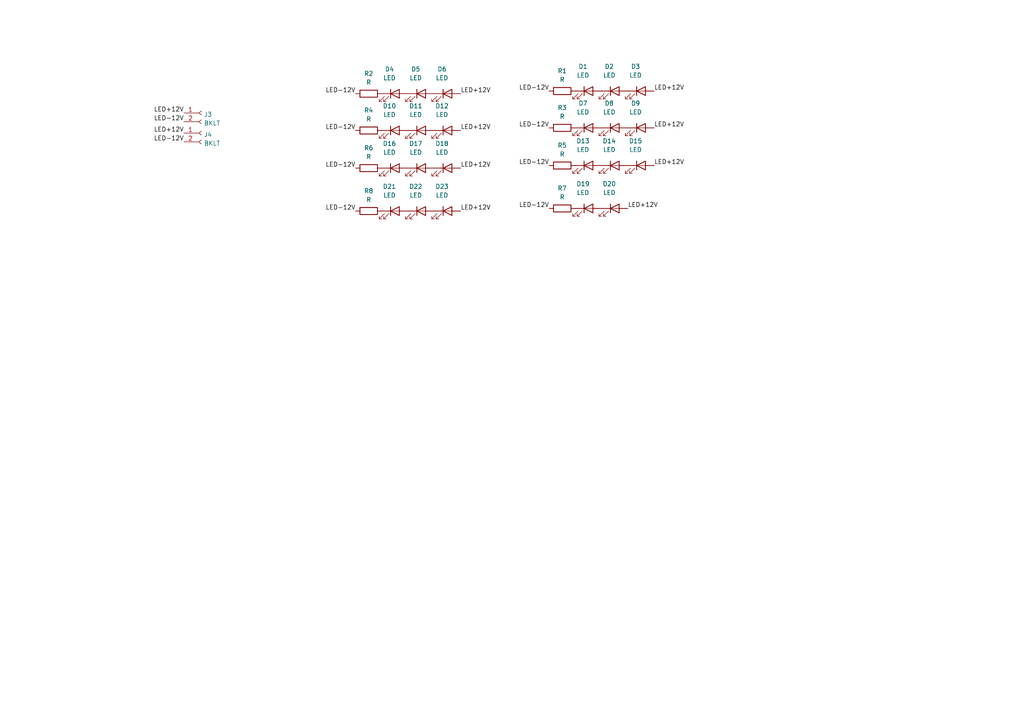
<source format=kicad_sch>
(kicad_sch (version 20211123) (generator eeschema)
  (paper "A4")
  (lib_symbols
    (symbol "Connector:Conn_01x02_Female" (pin_names (offset 1.016) hide)
      (property "Reference" "J" (at 0 2.54 0))
      (property "Value" "Conn_01x02_Female" (at 0 -5.08 0))
      (symbol "Conn_01x02_Female_1_1"
        (arc (start 0 -2.032) (mid -0.508 -2.54) (end 0 -3.048) (stroke (width 0.1524)))
        (polyline (pts (xy -1.27 -2.54) (xy -0.508 -2.54)) (stroke (width 0.1524)))
        (polyline (pts (xy -1.27 0) (xy -0.508 0)) (stroke (width 0.1524)))
        (arc (start 0 0.508) (mid -0.508 0) (end 0 -0.508) (stroke (width 0.1524)))
        (pin passive line (at -5.08 0 0) (length 3.81) (name "Pin_1") (number "1"))
        (pin passive line (at -5.08 -2.54 0) (length 3.81) (name "Pin_2") (number "2"))
      )
    )
    (symbol "Device:LED" (pin_numbers hide) (pin_names (offset 1.016) hide)
      (property "Reference" "D" (at 0 2.54 0))
      (property "Value" "LED" (at 0 -2.54 0))
      (symbol "LED_0_1"
        (polyline (pts (xy -1.27 -1.27) (xy -1.27 1.27)) (stroke (width 0.254)))
        (polyline (pts (xy -1.27 0) (xy 1.27 0)))
        (polyline (pts (xy 1.27 -1.27) (xy 1.27 1.27) (xy -1.27 0) (xy 1.27 -1.27)) (stroke (width 0.254)))
        (polyline (pts (xy -3.048 -0.762) (xy -4.572 -2.286) (xy -3.81 -2.286) (xy -4.572 -2.286) (xy -4.572 -1.524)))
        (polyline (pts (xy -1.778 -0.762) (xy -3.302 -2.286) (xy -2.54 -2.286) (xy -3.302 -2.286) (xy -3.302 -1.524)))
      )
      (symbol "LED_1_1"
        (pin passive line (at -3.81 0 0) (length 2.54) (name "K") (number "1"))
        (pin passive line (at 3.81 0 180) (length 2.54) (name "A") (number "2"))
      )
    )
    (symbol "Device:R" (pin_numbers hide) (pin_names (offset 0))
      (property "Reference" "R" (at 2.032 0 90))
      (property "Value" "R" (at 0 0 90))
      (symbol "R_0_1"
        (rectangle (start -1.016 -2.54) (end 1.016 2.54) (stroke (width 0.254)))
      )
      (symbol "R_1_1"
        (pin passive line (at 0 3.81 270) (length 1.27) (name "~") (number "1"))
        (pin passive line (at 0 -3.81 90) (length 1.27) (name "~") (number "2"))
      )
    )
  )
  (label "LED+12V" (at 189.738 26.416 0))
  (label "LED-12V" (at 103.124 27.178 180))
  (label "LED-12V" (at 159.258 26.416 180))
  (label "LED+12V" (at 53.34 38.608 180))
  (label "LED+12V" (at 189.738 48.006 0))
  (label "LED+12V" (at 133.604 37.846 0))
  (label "LED-12V" (at 103.124 61.214 180))
  (label "LED+12V" (at 53.34 32.766 180))
  (label "LED-12V" (at 53.34 35.306 180))
  (label "LED+12V" (at 189.738 37.084 0))
  (label "LED-12V" (at 159.258 48.006 180))
  (label "LED+12V" (at 133.604 48.768 0))
  (label "LED+12V" (at 133.604 61.214 0))
  (label "LED-12V" (at 53.34 41.148 180))
  (label "LED+12V" (at 182.118 60.452 0))
  (label "LED+12V" (at 133.604 27.178 0))
  (label "LED-12V" (at 103.124 37.846 180))
  (label "LED-12V" (at 103.124 48.768 180))
  (label "LED-12V" (at 159.258 37.084 180))
  (label "LED-12V" (at 159.258 60.452 180))
  (symbol (lib_id "Device:R") (at 163.068 60.452 90) (unit 1)
    (property "Reference" "R7" (at 163.068 54.61 90))
    (property "Value" "R" (at 163.068 57.15 90))
    (property "Footprint" "Resistor_THT:R_Axial_DIN0204_L3.6mm_D1.6mm_P2.54mm_Vertical" (effects hide))
  )
  (symbol (lib_id "Connector:Conn_01x02_Female") (at 58.42 32.766 0) (unit 1)
    (property "Reference" "J3" (at 59.1312 33.2013 0) (effects (justify left)))
    (property "Value" "BKLT" (at 59.1312 35.7382 0) (effects (justify left)))
    (property "Footprint" "Connector_Molex:Molex_KK-254_AE-6410-02A_1x02_P2.54mm_Vertical" (effects hide))
  )
  (symbol (lib_id "Device:R") (at 106.934 48.768 90) (unit 1)
    (property "Reference" "R6" (at 106.934 42.926 90))
    (property "Value" "R" (at 106.934 45.466 90))
    (property "Footprint" "Resistor_THT:R_Axial_DIN0204_L3.6mm_D1.6mm_P2.54mm_Vertical" (effects hide))
  )
  (symbol (lib_id "Device:LED") (at 114.554 61.214 0) (unit 1)
    (property "Reference" "D21" (at 112.9665 54.102 0))
    (property "Value" "LED" (at 112.9665 56.642 0))
    (property "Footprint" "LED_THT:LED_D3.0mm" (effects hide))
  )
  (symbol (lib_id "Device:LED") (at 114.554 37.846 0) (unit 1)
    (property "Reference" "D10" (at 112.9665 30.734 0))
    (property "Value" "LED" (at 112.9665 33.274 0))
    (property "Footprint" "LED_THT:LED_D3.0mm" (effects hide))
  )
  (symbol (lib_id "Device:LED") (at 129.794 48.768 0) (unit 1)
    (property "Reference" "D18" (at 128.2065 41.656 0))
    (property "Value" "LED" (at 128.2065 44.196 0))
    (property "Footprint" "LED_THT:LED_D3.0mm" (effects hide))
  )
  (symbol (lib_id "Device:LED") (at 170.688 37.084 0) (unit 1)
    (property "Reference" "D7" (at 169.1005 29.972 0))
    (property "Value" "LED" (at 169.1005 32.512 0))
    (property "Footprint" "LED_THT:LED_D3.0mm" (effects hide))
  )
  (symbol (lib_id "Device:LED") (at 185.928 26.416 0) (unit 1)
    (property "Reference" "D3" (at 184.3405 19.304 0))
    (property "Value" "LED" (at 184.3405 21.844 0))
    (property "Footprint" "LED_THT:LED_D3.0mm" (effects hide))
  )
  (symbol (lib_id "Device:LED") (at 170.688 26.416 0) (unit 1)
    (property "Reference" "D1" (at 169.1005 19.304 0))
    (property "Value" "LED" (at 169.1005 21.844 0))
    (property "Footprint" "LED_THT:LED_D3.0mm" (effects hide))
  )
  (symbol (lib_id "Device:LED") (at 185.928 48.006 0) (unit 1)
    (property "Reference" "D15" (at 184.3405 40.894 0))
    (property "Value" "LED" (at 184.3405 43.434 0))
    (property "Footprint" "LED_THT:LED_D3.0mm" (effects hide))
  )
  (symbol (lib_id "Device:LED") (at 129.794 37.846 0) (unit 1)
    (property "Reference" "D12" (at 128.2065 30.734 0))
    (property "Value" "LED" (at 128.2065 33.274 0))
    (property "Footprint" "LED_THT:LED_D3.0mm" (effects hide))
  )
  (symbol (lib_id "Device:LED") (at 185.928 37.084 0) (unit 1)
    (property "Reference" "D9" (at 184.3405 29.972 0))
    (property "Value" "LED" (at 184.3405 32.512 0))
    (property "Footprint" "LED_THT:LED_D3.0mm" (effects hide))
  )
  (symbol (lib_id "Device:LED") (at 170.688 48.006 0) (unit 1)
    (property "Reference" "D13" (at 169.1005 40.894 0))
    (property "Value" "LED" (at 169.1005 43.434 0))
    (property "Footprint" "LED_THT:LED_D3.0mm" (effects hide))
  )
  (symbol (lib_id "Device:LED") (at 178.308 37.084 0) (unit 1)
    (property "Reference" "D8" (at 176.7205 29.972 0))
    (property "Value" "LED" (at 176.7205 32.512 0))
    (property "Footprint" "LED_THT:LED_D3.0mm" (effects hide))
  )
  (symbol (lib_id "Device:LED") (at 122.174 61.214 0) (unit 1)
    (property "Reference" "D22" (at 120.5865 54.102 0))
    (property "Value" "LED" (at 120.5865 56.642 0))
    (property "Footprint" "LED_THT:LED_D3.0mm" (effects hide))
  )
  (symbol (lib_id "Device:R") (at 163.068 48.006 90) (unit 1)
    (property "Reference" "R5" (at 163.068 42.164 90))
    (property "Value" "R" (at 163.068 44.704 90))
    (property "Footprint" "Resistor_THT:R_Axial_DIN0204_L3.6mm_D1.6mm_P2.54mm_Vertical" (effects hide))
  )
  (symbol (lib_id "Device:LED") (at 129.794 61.214 0) (unit 1)
    (property "Reference" "D23" (at 128.2065 54.102 0))
    (property "Value" "LED" (at 128.2065 56.642 0))
    (property "Footprint" "LED_THT:LED_D3.0mm" (effects hide))
  )
  (symbol (lib_id "Device:LED") (at 122.174 37.846 0) (unit 1)
    (property "Reference" "D11" (at 120.5865 30.734 0))
    (property "Value" "LED" (at 120.5865 33.274 0))
    (property "Footprint" "LED_THT:LED_D3.0mm" (effects hide))
  )
  (symbol (lib_id "Device:LED") (at 178.308 48.006 0) (unit 1)
    (property "Reference" "D14" (at 176.7205 40.894 0))
    (property "Value" "LED" (at 176.7205 43.434 0))
    (property "Footprint" "LED_THT:LED_D3.0mm" (effects hide))
  )
  (symbol (lib_id "Device:R") (at 106.934 27.178 90) (unit 1)
    (property "Reference" "R2" (at 106.934 21.336 90))
    (property "Value" "R" (at 106.934 23.876 90))
    (property "Footprint" "Resistor_THT:R_Axial_DIN0204_L3.6mm_D1.6mm_P2.54mm_Vertical" (effects hide))
  )
  (symbol (lib_id "Device:LED") (at 114.554 48.768 0) (unit 1)
    (property "Reference" "D16" (at 112.9665 41.656 0))
    (property "Value" "LED" (at 112.9665 44.196 0))
    (property "Footprint" "LED_THT:LED_D3.0mm" (effects hide))
  )
  (symbol (lib_id "Device:LED") (at 129.794 27.178 0) (unit 1)
    (property "Reference" "D6" (at 128.2065 20.066 0))
    (property "Value" "LED" (at 128.2065 22.606 0))
    (property "Footprint" "LED_THT:LED_D3.0mm" (effects hide))
  )
  (symbol (lib_id "Device:R") (at 106.934 61.214 90) (unit 1)
    (property "Reference" "R8" (at 106.934 55.372 90))
    (property "Value" "R" (at 106.934 57.912 90))
    (property "Footprint" "Resistor_THT:R_Axial_DIN0204_L3.6mm_D1.6mm_P2.54mm_Vertical" (effects hide))
  )
  (symbol (lib_id "Device:LED") (at 178.308 26.416 0) (unit 1)
    (property "Reference" "D2" (at 176.7205 19.304 0))
    (property "Value" "LED" (at 176.7205 21.844 0))
    (property "Footprint" "LED_THT:LED_D3.0mm" (effects hide))
  )
  (symbol (lib_id "Device:LED") (at 122.174 48.768 0) (unit 1)
    (property "Reference" "D17" (at 120.5865 41.656 0))
    (property "Value" "LED" (at 120.5865 44.196 0))
    (property "Footprint" "LED_THT:LED_D3.0mm" (effects hide))
  )
  (symbol (lib_id "Connector:Conn_01x02_Female") (at 58.42 38.608 0) (unit 1)
    (property "Reference" "J4" (at 59.1312 39.0433 0) (effects (justify left)))
    (property "Value" "BKLT" (at 59.1312 41.5802 0) (effects (justify left)))
    (property "Footprint" "Connector_Molex:Molex_KK-254_AE-6410-02A_1x02_P2.54mm_Vertical" (effects hide))
  )
  (symbol (lib_id "Device:LED") (at 114.554 27.178 0) (unit 1)
    (property "Reference" "D4" (at 112.9665 20.066 0))
    (property "Value" "LED" (at 112.9665 22.606 0))
    (property "Footprint" "LED_THT:LED_D3.0mm" (effects hide))
  )
  (symbol (lib_id "Device:R") (at 163.068 37.084 90) (unit 1)
    (property "Reference" "R3" (at 163.068 31.242 90))
    (property "Value" "R" (at 163.068 33.782 90))
    (property "Footprint" "Resistor_THT:R_Axial_DIN0204_L3.6mm_D1.6mm_P2.54mm_Vertical" (effects hide))
  )
  (symbol (lib_id "Device:LED") (at 122.174 27.178 0) (unit 1)
    (property "Reference" "D5" (at 120.5865 20.066 0))
    (property "Value" "LED" (at 120.5865 22.606 0))
    (property "Footprint" "LED_THT:LED_D3.0mm" (effects hide))
  )
  (symbol (lib_id "Device:LED") (at 170.688 60.452 0) (unit 1)
    (property "Reference" "D19" (at 169.1005 53.34 0))
    (property "Value" "LED" (at 169.1005 55.88 0))
    (property "Footprint" "LED_THT:LED_D3.0mm" (effects hide))
  )
  (symbol (lib_id "Device:R") (at 106.934 37.846 90) (unit 1)
    (property "Reference" "R4" (at 106.934 32.004 90))
    (property "Value" "R" (at 106.934 34.544 90))
    (property "Footprint" "Resistor_THT:R_Axial_DIN0204_L3.6mm_D1.6mm_P2.54mm_Vertical" (effects hide))
  )
  (symbol (lib_id "Device:R") (at 163.068 26.416 90) (unit 1)
    (property "Reference" "R1" (at 163.068 20.574 90))
    (property "Value" "R" (at 163.068 23.114 90))
    (property "Footprint" "Resistor_THT:R_Axial_DIN0204_L3.6mm_D1.6mm_P2.54mm_Vertical" (effects hide))
  )
  (symbol (lib_id "Device:LED") (at 178.308 60.452 0) (unit 1)
    (property "Reference" "D20" (at 176.7205 53.34 0))
    (property "Value" "LED" (at 176.7205 55.88 0))
    (property "Footprint" "LED_THT:LED_D3.0mm" (effects hide))
  )
)
</source>
